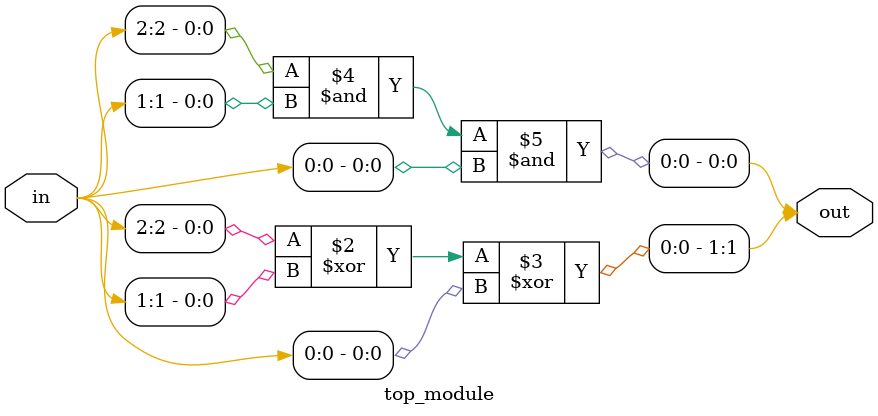
<source format=sv>
module top_module (
  input [2:0] in,
  output reg [1:0] out
);

always @(*)
begin
  // Logic for addition
  out[1] = in[2] ^ in[1] ^ in[0];
  out[0] = in[2] & in[1] & in[0];
end

endmodule

</source>
